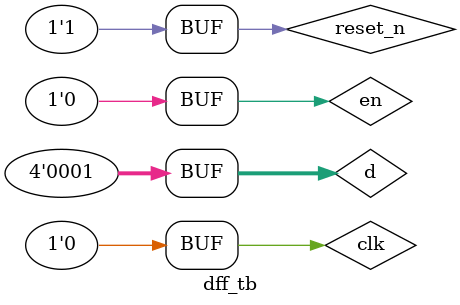
<source format=v>

`timescale 1ns/1ps
`include "dff.v"

module dff_tb;

reg clk;
reg reset_n;
reg [3:0] d;
reg en;
wire [3:0] q;

dff obj (
	.clk(clk),
	.reset_n(reset_n),
	.d(d),
	.en(en),
	.q(q));

	initial begin
		clk = 1'b0;
	end

	always
	begin : Genclk
		#5 clk = 1'b1;
		#5 clk = 1'b0;
	end

	initial
	begin
		reset_n = 1'b0;
		#20 reset_n = 1'b1;
	end

	initial
	begin
		d = 1'b0;
		#20 d = 1'b1;
		#20 d = 1'b1;
		#20 d = 1'b0;
		#20 d = 1'b1;
		#20 d = 1'b1;
		#20 d = 1'b0;
		#20 d = 1'b1;
		#20 d = 1'b1;
	end

	initial
	begin
		en = 1'b0;
		#40 en = 1'b1;
		#40 en = 1'b0;
		#20 en = 1'b1;
		#20 en = 1'b0;
		#50 en = 1'b1;
		#70 en = 1'b0;
	end

endmodule

</source>
